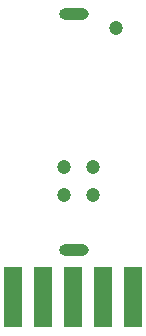
<source format=gbr>
G04 #@! TF.GenerationSoftware,KiCad,Pcbnew,5.1.0-rc1-unknown-9a8afdf~76~ubuntu18.04.1*
G04 #@! TF.CreationDate,2019-02-21T15:29:12+02:00
G04 #@! TF.ProjectId,MOD-LoRa_RevB,4d4f442d-4c6f-4526-915f-526576422e6b,rev?*
G04 #@! TF.SameCoordinates,Original*
G04 #@! TF.FileFunction,Soldermask,Bot*
G04 #@! TF.FilePolarity,Negative*
%FSLAX46Y46*%
G04 Gerber Fmt 4.6, Leading zero omitted, Abs format (unit mm)*
G04 Created by KiCad (PCBNEW 5.1.0-rc1-unknown-9a8afdf~76~ubuntu18.04.1) date 2019-02-21 15:29:12*
%MOMM*%
%LPD*%
G04 APERTURE LIST*
%ADD10C,1.202580*%
%ADD11O,2.502580X1.002580*%
%ADD12C,0.602580*%
%ADD13R,1.625600X5.181600*%
G04 APERTURE END LIST*
D10*
X129248000Y-109779141D03*
X129248000Y-107379141D03*
X126848000Y-109779141D03*
X126848000Y-107379141D03*
D11*
X127659999Y-114409141D03*
X127659999Y-94409141D03*
D12*
X131250000Y-95620000D03*
D10*
X131250000Y-95620000D03*
D13*
X122522605Y-118420000D03*
X125062605Y-118420000D03*
X127602605Y-118420000D03*
X130142605Y-118420000D03*
X132682605Y-118420000D03*
M02*

</source>
